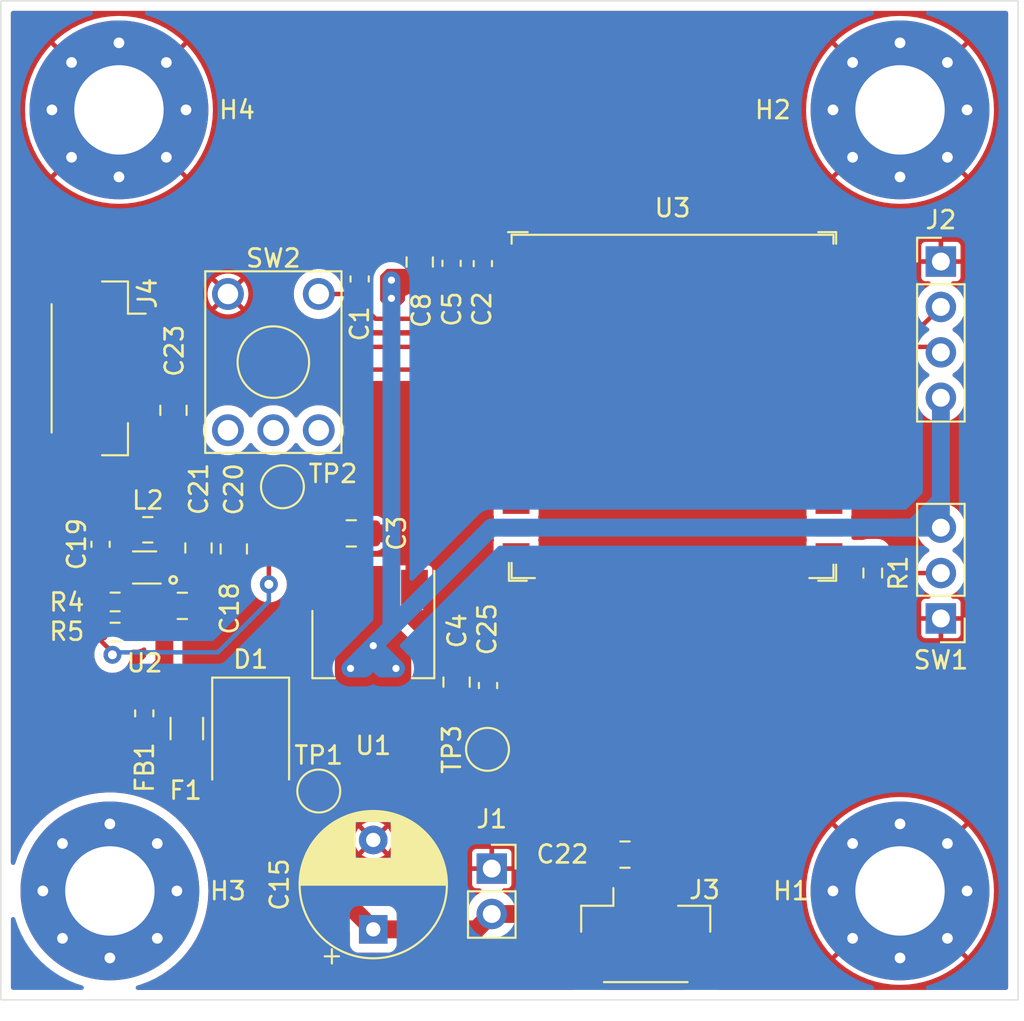
<source format=kicad_pcb>
(kicad_pcb (version 20211014) (generator pcbnew)
  (layers (0 "F.Cu" signal) (31 "B.Cu" signal) (34 "B.Paste" user) (35 "F.Paste" user) (36 "B.SilkS" user "B.Silkscreen") (37 "F.SilkS" user "F.Silkscreen") (38 "B.Mask" user) (39 "F.Mask" user) (44 "Edge.Cuts" user))
  (net 0 "")
  (net 1 "GND")
  (net 2 "+5V")
  (net 3 "+3V3")
  (net 4 "VCC")
  (net 5 "/BUCK_IN")
  (net 6 "/BUCK_SW")
  (net 7 "/BUCK_BST")
  (net 8 "Net-(D1-Pad1)")
  (net 9 "Net-(F1-Pad2)")
  (net 10 "ADC_MIC")
  (net 12 "SCL_SP")
  (net 13 "SDA_SP")
  (net 14 "BOOT0")
  (net 15 "/BOOT_SW")
  (net 16 "/BUCK_FB")
  (net 29 "EN")
  (net 30 "UART_RX")
  (net 31 "UART_TX")
  (footprint "MountingHole:MountingHole_5mm_Pad_Via" (layer "F.Cu") (at 75.184 91.44)
    (fp_text reference "H1" (at -6.096 0) (layer "F.SilkS"))
    (fp_text value "MountingHole")
    (pad "1" thru_hole circle (at 2.65165 2.65165) (size 0.9 0.9) (drill 0.6) (layers *.Cu *.Mask))
    (pad "1" thru_hole circle (at 2.65165 -2.65165) (size 0.9 0.9) (drill 0.6) (layers *.Cu *.Mask))
    (pad "1" thru_hole circle (at 0 3.75) (size 0.9 0.9) (drill 0.6) (layers *.Cu *.Mask))
    (pad "1" thru_hole circle (at -2.65165 2.65165) (size 0.9 0.9) (drill 0.6) (layers *.Cu *.Mask))
    (pad "1" thru_hole circle (at 0 0) (size 10 10) (drill 5) (layers *.Cu *.Mask) (net 1 "GND"))
    (pad "1" thru_hole circle (at 3.75 0) (size 0.9 0.9) (drill 0.6) (layers *.Cu *.Mask))
    (pad "1" thru_hole circle (at 0 -3.75) (size 0.9 0.9) (drill 0.6) (layers *.Cu *.Mask))
    (pad "1" thru_hole circle (at -3.75 0) (size 0.9 0.9) (drill 0.6) (layers *.Cu *.Mask))
    (pad "1" thru_hole circle (at -2.65165 -2.65165) (size 0.9 0.9) (drill 0.6) (layers *.Cu *.Mask))
  )
  (footprint "Capacitor_SMD:C_0603_1608Metric_Pad1.08x0.95mm_HandSolder" (layer "F.Cu") (at 52.14 79.95 90)
    (fp_text reference "C25" (at 3.145 -0.05 90) (layer "F.SilkS"))
    (fp_text value "100n")
    (pad "1" smd roundrect (at -0.8625 0 90) (size 1.075 0.95) (layers "F.Cu" "F.Paste" "F.Mask") (net 3 "+3V3"))
    (pad "2" smd roundrect (at 0.8625 0 90) (size 1.075 0.95) (layers "F.Cu" "F.Paste" "F.Mask") (net 1 "GND"))
  )
  (footprint "Connector_JST:JST_GH_SM03B-GHS-TB_1x03-1MP_P1.25mm_Horizontal" (layer "F.Cu") (at 60.96 93.98)
    (fp_text reference "J3" (at 3.29 -2.6) (layer "F.SilkS"))
    (fp_text value "Conn_01x03")
    (pad "1" smd roundrect (at -1.25 -1.85) (size 0.6 1.7) (layers "F.Cu" "F.Paste" "F.Mask") (net 4 "VCC"))
    (pad "2" smd roundrect (at 0 -1.85) (size 0.6 1.7) (layers "F.Cu" "F.Paste" "F.Mask") (net 1 "GND"))
    (pad "3" smd roundrect (at 1.25 -1.85) (size 0.6 1.7) (layers "F.Cu" "F.Paste" "F.Mask") (net 10 "ADC_MIC"))
    (pad "MP" smd roundrect (at 3.1 1.35) (size 1 2.7) (layers "F.Cu" "F.Paste" "F.Mask"))
    (pad "MP" smd roundrect (at -3.1 1.35) (size 1 2.7) (layers "F.Cu" "F.Paste" "F.Mask"))
  )
  (footprint "Project Specific:ESP32-S3-WROOM-1U" (layer "F.Cu") (at 62.46 64.19)
    (fp_text reference "U3" (at 0 -10.95) (layer "F.SilkS"))
    (fp_text value "ESP32-S3-WROOM-1")
    (pad "1" smd rect (at -8.75 -8.26) (size 1.5 0.9) (layers "F.Cu" "F.Paste" "F.Mask") (net 1 "GND"))
    (pad "2" smd rect (at -8.75 -6.99) (size 1.5 0.9) (layers "F.Cu" "F.Paste" "F.Mask") (net 3 "+3V3"))
    (pad "3" smd rect (at -8.75 -5.72) (size 1.5 0.9) (layers "F.Cu" "F.Paste" "F.Mask") (net 29 "EN"))
    (pad "4" smd rect (at -8.75 -4.45) (size 1.5 0.9) (layers "F.Cu" "F.Paste" "F.Mask"))
    (pad "5" smd rect (at -8.75 -3.18) (size 1.5 0.9) (layers "F.Cu" "F.Paste" "F.Mask") (net 12 "SCL_SP"))
    (pad "6" smd rect (at -8.75 -1.91) (size 1.5 0.9) (layers "F.Cu" "F.Paste" "F.Mask") (net 13 "SDA_SP"))
    (pad "7" smd rect (at -8.75 -0.64) (size 1.5 0.9) (layers "F.Cu" "F.Paste" "F.Mask"))
    (pad "8" smd rect (at -8.75 0.63) (size 1.5 0.9) (layers "F.Cu" "F.Paste" "F.Mask"))
    (pad "9" smd rect (at -8.75 1.9) (size 1.5 0.9) (layers "F.Cu" "F.Paste" "F.Mask"))
    (pad "10" smd rect (at -8.75 3.17) (size 1.5 0.9) (layers "F.Cu" "F.Paste" "F.Mask"))
    (pad "11" smd rect (at -8.75 4.44) (size 1.5 0.9) (layers "F.Cu" "F.Paste" "F.Mask"))
    (pad "12" smd rect (at -8.75 5.71) (size 1.5 0.9) (layers "F.Cu" "F.Paste" "F.Mask"))
    (pad "13" smd rect (at -8.75 6.98) (size 1.5 0.9) (layers "F.Cu" "F.Paste" "F.Mask"))
    (pad "14" smd rect (at -8.75 8.25) (size 1.5 0.9) (layers "F.Cu" "F.Paste" "F.Mask"))
    (pad "15" smd rect (at -6.985 9.5 90) (size 1.5 0.9) (layers "F.Cu" "F.Paste" "F.Mask"))
    (pad "16" smd rect (at -5.715 9.5 90) (size 1.5 0.9) (layers "F.Cu" "F.Paste" "F.Mask"))
    (pad "17" smd rect (at -4.445 9.5 90) (size 1.5 0.9) (layers "F.Cu" "F.Paste" "F.Mask"))
    (pad "18" smd rect (at -3.175 9.5 90) (size 1.5 0.9) (layers "F.Cu" "F.Paste" "F.Mask"))
    (pad "19" smd rect (at -1.905 9.5 90) (size 1.5 0.9) (layers "F.Cu" "F.Paste" "F.Mask") (net 10 "ADC_MIC"))
    (pad "20" smd rect (at -0.635 9.5 90) (size 1.5 0.9) (layers "F.Cu" "F.Paste" "F.Mask"))
    (pad "21" smd rect (at 0.635 9.5 90) (size 1.5 0.9) (layers "F.Cu" "F.Paste" "F.Mask"))
    (pad "22" smd rect (at 1.905 9.5 90) (size 1.5 0.9) (layers "F.Cu" "F.Paste" "F.Mask"))
    (pad "23" smd rect (at 3.175 9.5 90) (size 1.5 0.9) (layers "F.Cu" "F.Paste" "F.Mask"))
    (pad "24" smd rect (at 4.445 9.5 90) (size 1.5 0.9) (layers "F.Cu" "F.Paste" "F.Mask"))
    (pad "25" smd rect (at 5.715 9.5 90) (size 1.5 0.9) (layers "F.Cu" "F.Paste" "F.Mask"))
    (pad "26" smd rect (at 6.985 9.5 90) (size 1.5 0.9) (layers "F.Cu" "F.Paste" "F.Mask"))
    (pad "27" smd rect (at 8.75 8.25 180) (size 1.5 0.9) (layers "F.Cu" "F.Paste" "F.Mask") (net 14 "BOOT0"))
    (pad "28" smd rect (at 8.75 6.98 180) (size 1.5 0.9) (layers "F.Cu" "F.Paste" "F.Mask"))
    (pad "29" smd rect (at 8.75 5.71 180) (size 1.5 0.9) (layers "F.Cu" "F.Paste" "F.Mask"))
    (pad "30" smd rect (at 8.75 4.44 180) (size 1.5 0.9) (layers "F.Cu" "F.Paste" "F.Mask"))
    (pad "31" smd rect (at 8.75 3.17 180) (size 1.5 0.9) (layers "F.Cu" "F.Paste" "F.Mask"))
    (pad "32" smd rect (at 8.75 1.9 180) (size 1.5 0.9) (layers "F.Cu" "F.Paste" "F.Mask"))
    (pad "33" smd rect (at 8.75 0.63 180) (size 1.5 0.9) (layers "F.Cu" "F.Paste" "F.Mask"))
    (pad "34" smd rect (at 8.75 -0.64 180) (size 1.5 0.9) (layers "F.Cu" "F.Paste" "F.Mask"))
    (pad "35" smd rect (at 8.75 -1.91 180) (size 1.5 0.9) (layers "F.Cu" "F.Paste" "F.Mask"))
    (pad "36" smd rect (at 8.75 -3.18 180) (size 1.5 0.9) (layers "F.Cu" "F.Paste" "F.Mask") (net 31 "UART_TX"))
    (pad "37" smd rect (at 8.75 -4.45 180) (size 1.5 0.9) (layers "F.Cu" "F.Paste" "F.Mask") (net 30 "UART_RX"))
    (pad "38" smd rect (at 8.75 -5.72 180) (size 1.5 0.9) (layers "F.Cu" "F.Paste" "F.Mask"))
    (pad "39" smd rect (at 8.75 -6.99 180) (size 1.5 0.9) (layers "F.Cu" "F.Paste" "F.Mask"))
    (pad "40" smd rect (at 8.75 -8.26 180) (size 1.5 0.9) (layers "F.Cu" "F.Paste" "F.Mask") (net 1 "GND"))
    (pad "41" smd rect (at -2.9 0.86 180) (size 0.9 0.9) (layers "F.Cu" "F.Paste" "F.Mask") (net 1 "GND"))
    (pad "41" smd rect (at -1.5 0.86 180) (size 0.9 0.9) (layers "F.Cu" "F.Paste" "F.Mask") (net 1 "GND"))
    (pad "41" smd rect (at -0.1 -0.54 180) (size 0.9 0.9) (layers "F.Cu" "F.Paste" "F.Mask") (net 1 "GND"))
    (pad "41" smd rect (at -0.1 -1.94 180) (size 0.9 0.9) (layers "F.Cu" "F.Paste" "F.Mask") (net 1 "GND"))
    (pad "41" smd rect (at -0.1 0.86 180) (size 0.9 0.9) (layers "F.Cu" "F.Paste" "F.Mask") (net 1 "GND"))
    (pad "41" smd rect (at -2.9 -0.54 180) (size 0.9 0.9) (layers "F.Cu" "F.Paste" "F.Mask") (net 1 "GND"))
    (pad "41" smd rect (at -1.5 -1.94 180) (size 0.9 0.9) (layers "F.Cu" "F.Paste" "F.Mask") (net 1 "GND"))
    (pad "41" smd rect (at -2.9 -1.94 180) (size 0.9 0.9) (layers "F.Cu" "F.Paste" "F.Mask") (net 1 "GND"))
    (pad "41" smd rect (at -1.5 -0.54 180) (size 0.9 0.9) (layers "F.Cu" "F.Paste" "F.Mask") (net 1 "GND"))
  )
  (footprint "Capacitor_SMD:C_0603_1608Metric_Pad1.08x0.95mm_HandSolder" (layer "F.Cu") (at 50.1 56.3375 90)
    (fp_text reference "C5" (at -2.5625 0.02 90) (layer "F.SilkS"))
    (fp_text value "100n")
    (pad "1" smd roundrect (at -0.8625 0 90) (size 1.075 0.95) (layers "F.Cu" "F.Paste" "F.Mask") (net 3 "+3V3"))
    (pad "2" smd roundrect (at 0.8625 0 90) (size 1.075 0.95) (layers "F.Cu" "F.Paste" "F.Mask") (net 1 "GND"))
  )
  (footprint "Inductor_SMD:L_0805_2012Metric_Pad1.15x1.40mm_HandSolder" (layer "F.Cu") (at 33.1088 71.2398)
    (fp_text reference "L2" (at 0 -1.65) (layer "F.SilkS"))
    (fp_text value "3u3")
    (pad "1" smd roundrect (at -1.025 0) (size 1.15 1.4) (layers "F.Cu" "F.Paste" "F.Mask") (roundrect_rratio 0.217391) (net 6 "/BUCK_SW"))
    (pad "2" smd roundrect (at 1.025 0) (size 1.15 1.4) (layers "F.Cu" "F.Paste" "F.Mask") (roundrect_rratio 0.217391) (net 2 "+5V"))
  )
  (footprint "Capacitor_SMD:C_0805_2012Metric_Pad1.18x1.45mm_HandSolder" (layer "F.Cu") (at 37.92 72.3125 -90)
    (fp_text reference "C20" (at -3.333748 0 90) (layer "F.SilkS"))
    (fp_text value "22u")
    (pad "1" smd roundrect (at -1.0375 0 270) (size 1.175 1.45) (layers "F.Cu" "F.Paste" "F.Mask") (roundrect_rratio 0.212766) (net 2 "+5V"))
    (pad "2" smd roundrect (at 1.0375 0 270) (size 1.175 1.45) (layers "F.Cu" "F.Paste" "F.Mask") (roundrect_rratio 0.212766) (net 1 "GND"))
  )
  (footprint "Resistor_SMD:R_0603_1608Metric_Pad0.98x0.95mm_HandSolder" (layer "F.Cu") (at 31.2819 75.2765)
    (fp_text reference "R4" (at -2.7019 0.0185) (layer "F.SilkS"))
    (fp_text value "10K")
    (pad "1" smd roundrect (at -0.9125 0) (size 0.975 0.95) (layers "F.Cu" "F.Paste" "F.Mask") (net 1 "GND"))
    (pad "2" smd roundrect (at 0.9125 0) (size 0.975 0.95) (layers "F.Cu" "F.Paste" "F.Mask") (net 16 "/BUCK_FB"))
  )
  (footprint "Resistor_SMD:R_0603_1608Metric_Pad0.98x0.95mm_HandSolder" (layer "F.Cu") (at 73.66 73.66 -90)
    (fp_text reference "R1" (at 0 -1.43 90) (layer "F.SilkS"))
    (fp_text value "10K")
    (pad "1" smd roundrect (at -0.9125 0 270) (size 0.975 0.95) (layers "F.Cu" "F.Paste" "F.Mask") (net 14 "BOOT0"))
    (pad "2" smd roundrect (at 0.9125 0 270) (size 0.975 0.95) (layers "F.Cu" "F.Paste" "F.Mask") (net 15 "/BOOT_SW"))
  )
  (footprint "Package_TO_SOT_SMD:SOT-223-3_TabPin2" (layer "F.Cu") (at 45.725 77.63 -90)
    (fp_text reference "U1" (at 5.682 0.005) (layer "F.SilkS"))
    (fp_text value "AMS1117-3.3")
    (pad "1" smd rect (at -3.15 -2.3 270) (size 2 1.5) (layers "F.Cu" "F.Paste" "F.Mask") (net 1 "GND"))
    (pad "2" smd rect (at -3.15 0 270) (size 2 1.5) (layers "F.Cu" "F.Paste" "F.Mask") (net 3 "+3V3"))
    (pad "2" smd rect (at 3.15 0 270) (size 2 3.8) (layers "F.Cu" "F.Paste" "F.Mask") (net 3 "+3V3"))
    (pad "3" smd rect (at -3.15 2.3 270) (size 2 1.5) (layers "F.Cu" "F.Paste" "F.Mask") (net 2 "+5V"))
  )
  (footprint "Capacitor_SMD:C_0805_2012Metric_Pad1.18x1.45mm_HandSolder" (layer "F.Cu") (at 59.8 89.408)
    (fp_text reference "C22" (at -3.5 -0.02) (layer "F.SilkS"))
    (fp_text value "10u")
    (pad "1" smd roundrect (at -1.0375 0) (size 1.175 1.45) (layers "F.Cu" "F.Paste" "F.Mask") (roundrect_rratio 0.212766) (net 4 "VCC"))
    (pad "2" smd roundrect (at 1.0375 0) (size 1.175 1.45) (layers "F.Cu" "F.Paste" "F.Mask") (roundrect_rratio 0.212766) (net 1 "GND"))
  )
  (footprint "Capacitor_SMD:C_0603_1608Metric_Pad1.08x0.95mm_HandSolder" (layer "F.Cu") (at 44.958 57.21 90)
    (fp_text reference "C1" (at -2.51 0 90) (layer "F.SilkS"))
    (fp_text value "100n")
    (pad "1" smd roundrect (at -0.8625 0 90) (size 1.075 0.95) (layers "F.Cu" "F.Paste" "F.Mask") (net 29 "EN"))
    (pad "2" smd roundrect (at 0.8625 0 90) (size 1.075 0.95) (layers "F.Cu" "F.Paste" "F.Mask") (net 1 "GND"))
  )
  (footprint "Connector_PinHeader_2.54mm:PinHeader_1x03_P2.54mm_Vertical" (layer "F.Cu") (at 77.47 76.2 180)
    (fp_text reference "SW1" (at 0 -2.33) (layer "F.SilkS"))
    (fp_text value "SW_SPDT")
    (pad "1" thru_hole rect (at 0 0 180) (size 1.7 1.7) (drill 1) (layers *.Cu *.Mask) (net 1 "GND"))
    (pad "2" thru_hole oval (at 0 2.54 180) (size 1.7 1.7) (drill 1) (layers *.Cu *.Mask) (net 15 "/BOOT_SW"))
    (pad "3" thru_hole oval (at 0 5.08 180) (size 1.7 1.7) (drill 1) (layers *.Cu *.Mask) (net 3 "+3V3"))
  )
  (footprint "Capacitor_THT:CP_Radial_D8.0mm_P5.00mm" (layer "F.Cu") (at 45.72 93.588651 90)
    (fp_text reference "C15" (at 2.5 -5.25 90) (layer "F.SilkS"))
    (fp_text value "100u")
    (pad "1" thru_hole rect (at 0 0 90) (size 1.6 1.6) (drill 0.8) (layers *.Cu *.Mask) (net 4 "VCC"))
    (pad "2" thru_hole circle (at 5 0 90) (size 1.6 1.6) (drill 0.8) (layers *.Cu *.Mask) (net 1 "GND"))
  )
  (footprint "Connector_PinHeader_2.54mm:PinHeader_1x04_P2.54mm_Vertical" (layer "F.Cu") (at 77.47 56.2356)
    (fp_text reference "J2" (at 0 -2.33) (layer "F.SilkS"))
    (fp_text value "Conn_01x04")
    (pad "1" thru_hole rect (at 0 0) (size 1.7 1.7) (drill 1) (layers *.Cu *.Mask) (net 1 "GND"))
    (pad "2" thru_hole oval (at 0 2.54) (size 1.7 1.7) (drill 1) (layers *.Cu *.Mask) (net 30 "UART_RX"))
    (pad "3" thru_hole oval (at 0 5.08) (size 1.7 1.7) (drill 1) (layers *.Cu *.Mask) (net 31 "UART_TX"))
    (pad "4" thru_hole oval (at 0 7.62) (size 1.7 1.7) (drill 1) (layers *.Cu *.Mask) (net 3 "+3V3"))
  )
  (footprint "TestPoint:TestPoint_Pad_D2.0mm" (layer "F.Cu") (at 40.64 68.834)
    (fp_text reference "TP2" (at 2.83 -0.73) (layer "F.SilkS"))
    (fp_text value "5V")
    (pad "1" smd circle (at 0 0) (size 2 2) (layers "F.Cu" "F.Mask") (net 2 "+5V"))
  )
  (footprint "MountingHole:MountingHole_5mm_Pad_Via" (layer "F.Cu") (at 30.988 91.44)
    (fp_text reference "H3" (at 6.604 0) (layer "F.SilkS"))
    (fp_text value "MountingHole")
    (pad "1" thru_hole circle (at 3.75 0) (size 0.9 0.9) (drill 0.6) (layers *.Cu *.Mask))
    (pad "1" thru_hole circle (at -2.65165 2.65165) (size 0.9 0.9) (drill 0.6) (layers *.Cu *.Mask))
    (pad "1" thru_hole circle (at 0 -3.75) (size 0.9 0.9) (drill 0.6) (layers *.Cu *.Mask))
    (pad "1" thru_hole circle (at -2.65165 -2.65165) (size 0.9 0.9) (drill 0.6) (layers *.Cu *.Mask))
    (pad "1" thru_hole circle (at 2.65165 -2.65165) (size 0.9 0.9) (drill 0.6) (layers *.Cu *.Mask))
    (pad "1" thru_hole circle (at -3.75 0) (size 0.9 0.9) (drill 0.6) (layers *.Cu *.Mask))
    (pad "1" thru_hole circle (at 2.65165 2.65165) (size 0.9 0.9) (drill 0.6) (layers *.Cu *.Mask))
    (pad "1" thru_hole circle (at 0 0) (size 10 10) (drill 5) (layers *.Cu *.Mask))
    (pad "1" thru_hole circle (at 0 3.75) (size 0.9 0.9) (drill 0.6) (layers *.Cu *.Mask))
  )
  (footprint "Fuse:Fuse_1206_3216Metric_Pad1.42x1.75mm_HandSolder" (layer "F.Cu") (at 35.292 82.358 -90)
    (fp_text reference "F1" (at 3.46 0.07) (layer "F.SilkS"))
    (fp_text value "1A")
    (pad "1" smd roundrect (at -1.4875 0 270) (size 1.425 1.75) (layers "F.Cu" "F.Paste" "F.Mask") (roundrect_rratio 0.175439) (net 8 "Net-(D1-Pad1)"))
    (pad "2" smd roundrect (at 1.4875 0 270) (size 1.425 1.75) (layers "F.Cu" "F.Paste" "F.Mask") (roundrect_rratio 0.175439) (net 9 "Net-(F1-Pad2)"))
  )
  (footprint "TestPoint:TestPoint_Pad_D2.0mm" (layer "F.Cu") (at 42.672 85.852)
    (fp_text reference "TP1" (at 0 -1.998) (layer "F.SilkS"))
    (fp_text value "VCC")
    (pad "1" smd circle (at 0 0) (size 2 2) (layers "F.Cu" "F.Mask") (net 4 "VCC"))
  )
  (footprint "Inductor_SMD:L_0603_1608Metric_Pad1.05x0.95mm_HandSolder" (layer "F.Cu") (at 32.912 81.508 90)
    (fp_text reference "FB1" (at -3.03 0.02 90) (layer "F.SilkS"))
    (fp_text value "100 @ 100MHz")
    (pad "1" smd roundrect (at -0.875 0 90) (size 1.05 0.95) (layers "F.Cu" "F.Paste" "F.Mask") (net 9 "Net-(F1-Pad2)"))
    (pad "2" smd roundrect (at 0.875 0 90) (size 1.05 0.95) (layers "F.Cu" "F.Paste" "F.Mask") (net 5 "/BUCK_IN"))
  )
  (footprint "Diode_SMD:D_SMB" (layer "F.Cu") (at 38.862 83.058 -90)
    (fp_text reference "D1" (at -4.572 0 180) (layer "F.SilkS"))
    (fp_text value "FM240A")
    (pad "1" smd rect (at -2.15 0 270) (size 2.5 2.3) (layers "F.Cu" "F.Paste" "F.Mask") (net 8 "Net-(D1-Pad1)"))
    (pad "2" smd rect (at 2.15 0 270) (size 2.5 2.3) (layers "F.Cu" "F.Paste" "F.Mask") (net 4 "VCC"))
  )
  (footprint "Capacitor_SMD:C_0805_2012Metric_Pad1.18x1.45mm_HandSolder" (layer "F.Cu") (at 35.0425 75.495)
    (fp_text reference "C18" (at 2.6375 0.15 90) (layer "F.SilkS"))
    (fp_text value "10u")
    (pad "1" smd roundrect (at -1.0375 0) (size 1.175 1.45) (layers "F.Cu" "F.Paste" "F.Mask") (roundrect_rratio 0.212766) (net 5 "/BUCK_IN"))
    (pad "2" smd roundrect (at 1.0375 0) (size 1.175 1.45) (layers "F.Cu" "F.Paste" "F.Mask") (roundrect_rratio 0.212766) (net 1 "GND"))
  )
  (footprint "Button_Switch_THT:KSA_Tactile_SPST" (layer "F.Cu") (at 37.592 58.05)
    (fp_text reference "SW2" (at 2.54 -2) (layer "F.SilkS"))
    (fp_text value "SW_SPST")
    (pad "1" thru_hole circle (at 0 0) (size 1.778 1.778) (drill 1.143) (layers *.Cu *.Mask) (net 1 "GND"))
    (pad "2" thru_hole circle (at 5.08 0) (size 1.778 1.778) (drill 1.143) (layers *.Cu *.Mask) (net 29 "EN"))
    (pad "3" thru_hole circle (at 5.08 7.62) (size 1.778 1.778) (drill 1.143) (layers *.Cu *.Mask))
    (pad "4" thru_hole circle (at 2.54 7.62) (size 1.778 1.778) (drill 1.143) (layers *.Cu *.Mask))
    (pad "5" thru_hole circle (at 0 7.62) (size 1.778 1.778) (drill 1.143) (layers *.Cu *.Mask))
  )
  (footprint "MountingHole:MountingHole_5mm_Pad_Via" (layer "F.Cu") (at 31.496 47.752)
    (fp_text reference "H4" (at 6.604 0) (layer "F.SilkS"))
    (fp_text value "MountingHole")
    (pad "1" thru_hole circle (at 2.65165 2.65165) (size 0.9 0.9) (drill 0.6) (layers *.Cu *.Mask))
    (pad "1" thru_hole circle (at 0 3.75) (size 0.9 0.9) (drill 0.6) (layers *.Cu *.Mask))
    (pad "1" thru_hole circle (at -2.65165 -2.65165) (size 0.9 0.9) (drill 0.6) (layers *.Cu *.Mask))
    (pad "1" thru_hole circle (at -3.75 0) (size 0.9 0.9) (drill 0.6) (layers *.Cu *.Mask))
    (pad "1" thru_hole circle (at -2.65165 2.65165) (size 0.9 0.9) (drill 0.6) (layers *.Cu *.Mask))
    (pad "1" thru_hole circle (at 0 -3.75) (size 0.9 0.9) (drill 0.6) (layers *.Cu *.Mask))
    (pad "1" thru_hole circle (at 2.65165 -2.65165) (size 0.9 0.9) (drill 0.6) (layers *.Cu *.Mask))
    (pad "1" thru_hole circle (at 0 0) (size 10 10) (drill 5) (layers *.Cu *.Mask) (net 1 "GND"))
    (pad "1" thru_hole circle (at 3.75 0) (size 0.9 0.9) (drill 0.6) (layers *.Cu *.Mask))
  )
  (footprint "Capacitor_SMD:C_0603_1608Metric_Pad1.08x0.95mm_HandSolder" (layer "F.Cu") (at 30.4672 72.0526 -90)
    (fp_text reference "C19" (at -0.0076 1.3372 -270) (layer "F.SilkS"))
    (fp_text value "100n")
    (pad "1" smd roundrect (at -0.8625 0 270) (size 1.075 0.95) (layers "F.Cu" "F.Paste" "F.Mask") (net 6 "/BUCK_SW"))
    (pad "2" smd roundrect (at 0.8625 0 270) (size 1.075 0.95) (layers "F.Cu" "F.Paste" "F.Mask") (net 7 "/BUCK_BST"))
  )
  (footprint "TestPoint:TestPoint_Pad_D2.0mm" (layer "F.Cu") (at 52.11 83.52 90)
    (fp_text reference "TP3" (at 0 -1.998 90) (layer "F.SilkS"))
    (fp_text value "3.3V")
    (pad "1" smd circle (at 0 0 90) (size 2 2) (layers "F.Cu" "F.Mask") (net 3 "+3V3"))
  )
  (footprint "Capacitor_SMD:C_0805_2012Metric_Pad1.18x1.45mm_HandSolder" (layer "F.Cu") (at 50.38 79.76 90)
    (fp_text reference "C4" (at 2.87 0.03 90) (layer "F.SilkS"))
    (fp_text value "10u")
    (pad "1" smd roundrect (at -1.0375 0 90) (size 1.175 1.45) (layers "F.Cu" "F.Paste" "F.Mask") (roundrect_rratio 0.212766) (net 3 "+3V3"))
    (pad "2" smd roundrect (at 1.0375 0 90) (size 1.175 1.45) (layers "F.Cu" "F.Paste" "F.Mask") (roundrect_rratio 0.212766) (net 1 "GND"))
  )
  (footprint "Capacitor_SMD:C_0805_2012Metric_Pad1.18x1.45mm_HandSolder" (layer "F.Cu") (at 35.9425 72.2558 -90)
    (fp_text reference "C21" (at -3.2958 -0.0175 -270) (layer "F.SilkS"))
    (fp_text value "22u")
    (pad "1" smd roundrect (at -1.0375 0 270) (size 1.175 1.45) (layers "F.Cu" "F.Paste" "F.Mask") (roundrect_rratio 0.212766) (net 2 "+5V"))
    (pad "2" smd roundrect (at 1.0375 0 270) (size 1.175 1.45) (layers "F.Cu" "F.Paste" "F.Mask") (roundrect_rratio 0.212766) (net 1 "GND"))
  )
  (footprint "Package_TO_SOT_SMD:SOT-563" (layer "F.Cu") (at 32.931 73.348 180)
    (fp_text reference "U2" (at 0.001 -5.347) (layer "F.SilkS"))
    (fp_text value "AP62300")
    (pad "1" smd rect (at -0.75 -0.5 180) (size 0.7 0.34) (layers "F.Cu" "F.Paste" "F.Mask") (net 5 "/BUCK_IN"))
    (pad "2" smd rect (at -0.75 0 180) (size 0.7 0.34) (layers "F.Cu" "F.Paste" "F.Mask") (net 6 "/BUCK_SW"))
    (pad "3" smd rect (at -0.75 0.5 180) (size 0.7 0.34) (layers "F.Cu" "F.Paste" "F.Mask") (net 1 "GND"))
    (pad "4" smd rect (at 0.75 0.5 180) (size 0.7 0.34) (layers "F.Cu" "F.Paste" "F.Mask") (net 7 "/BUCK_BST"))
    (pad "5" smd rect (at 0.75 0 180) (size 0.7 0.34) (layers "F.Cu" "F.Paste" "F.Mask"))
    (pad "6" smd rect (at 0.75 -0.5 180) (size 0.7 0.34) (layers "F.Cu" "F.Paste" "F.Mask") (net 16 "/BUCK_FB"))
  )
  (footprint "Capacitor_SMD:C_0805_2012Metric_Pad1.18x1.45mm_HandSolder" (layer "F.Cu") (at 48.32 56.26 90)
    (fp_text reference "C8" (at -2.71 0.09 90) (layer "F.SilkS"))
    (fp_text value "10u")
    (pad "1" smd roundrect (at -1.0375 0 90) (size 1.175 1.45) (layers "F.Cu" "F.Paste" "F.Mask") (roundrect_rratio 0.212766) (net 3 "+3V3"))
    (pad "2" smd roundrect (at 1.0375 0 90) (size 1.175 1.45) (layers "F.Cu" "F.Paste" "F.Mask") (roundrect_rratio 0.212766) (net 1 "GND"))
  )
  (footprint "Capacitor_SMD:C_0805_2012Metric_Pad1.18x1.45mm_HandSolder" (layer "F.Cu") (at 34.544 64.56 90)
    (fp_text reference "C23" (at 3.33 0.05 90) (layer "F.SilkS"))
    (fp_text value "10u")
    (pad "1" smd roundrect (at -1.0375 0 90) (size 1.175 1.45) (layers "F.Cu" "F.Paste" "F.Mask") (roundrect_rratio 0.212766) (net 2 "+5V"))
    (pad "2" smd roundrect (at 1.0375 0 90) (size 1.175 1.45) (layers "F.Cu" "F.Paste" "F.Mask") (roundrect_rratio 0.212766) (net 1 "GND"))
  )
  (footprint "Capacitor_SMD:C_0805_2012Metric_Pad1.18x1.45mm_HandSolder" (layer "F.Cu") (at 44.49 71.44)
    (fp_text reference "C3" (at 2.54 0 90) (layer "F.SilkS"))
    (fp_text value "10u")
    (pad "1" smd roundrect (at -1.0375 0) (size 1.175 1.45) (layers "F.Cu" "F.Paste" "F.Mask") (roundrect_rratio 0.212766) (net 2 "+5V"))
    (pad "2" smd roundrect (at 1.0375 0) (size 1.175 1.45) (layers "F.Cu" "F.Paste" "F.Mask") (roundrect_rratio 0.212766) (net 1 "GND"))
  )
  (footprint "MountingHole:MountingHole_5mm_Pad_Via" (layer "F.Cu") (at 75.184 47.752)
    (fp_text reference "H2" (at -7.112 0) (layer "F.SilkS"))
    (fp_text value "MountingHole")
    (pad "1" thru_hole circle (at -2.65165 -2.65165) (size 0.9 0.9) (drill 0.6) (layers *.Cu *.Mask))
    (pad "1" thru_hole circle (at 0 -3.75) (size 0.9 0.9) (drill 0.6) (layers *.Cu *.Mask))
    (pad "1" thru_hole circle (at 0 3.75) (size 0.9 0.9) (drill 0.6) (layers *.Cu *.Mask))
    (pad "1" thru_hole circle (at 2.65165 2.65165) (size 0.9 0.9) (drill 0.6) (layers *.Cu *.Mask))
    (pad "1" thru_hole circle (at 2.65165 -2.65165) (size 0.9 0.9) (drill 0.6) (layers *.Cu *.Mask))
    (pad "1" thru_hole circle (at 3.75 0) (size 0.9 0.9) (drill 0.6) (layers *.Cu *.Mask))
    (pad "1" thru_hole circle (at -2.65165 2.65165) (size 0.9 0.9) (drill 0.6) (layers *.Cu *.Mask))
    (pad "1" thru_hole circle (at -3.75 0) (size 0.9 0.9) (drill 0.6) (layers *.Cu *.Mask))
    (pad "1" thru_hole circle (at 0 0) (size 10 10) (drill 5) (layers *.Cu *.Mask) (net 1 "GND"))
  )
  (footprint "Connector_PinSocket_2.54mm:PinSocket_1x02_P2.54mm_Vertical" (layer "F.Cu") (at 52.349 90.19)
    (fp_text reference "J1" (at 0 -2.77) (layer "F.SilkS"))
    (fp_text value "Conn_01x02")
    (pad "1" thru_hole rect (at 0 0) (size 1.7 1.7) (drill 1) (layers *.Cu *.Mask) (net 1 "GND"))
    (pad "2" thru_hole oval (at 0 2.54) (size 1.7 1.7) (drill 1) (layers *.Cu *.Mask) (net 4 "VCC"))
  )
  (footprint "Resistor_SMD:R_0603_1608Metric_Pad0.98x0.95mm_HandSolder" (layer "F.Cu") (at 31.28 76.962 180)
    (fp_text reference "R5" (at 2.7 0.0312) (layer "F.SilkS"))
    (fp_text value "52K3")
    (pad "1" smd roundrect (at -0.9125 0 180) (size 0.975 0.95) (layers "F.Cu" "F.Paste" "F.Mask") (net 16 "/BUCK_FB"))
    (pad "2" smd roundrect (at 0.9125 0 180) (size 0.975 0.95) (layers "F.Cu" "F.Paste" "F.Mask") (net 2 "+5V"))
  )
  (footprint "Capacitor_SMD:C_0603_1608Metric_Pad1.08x0.95mm_HandSolder" (layer "F.Cu") (at 51.85 56.35 90)
    (fp_text reference "C2" (at -2.55 -0.05 270) (layer "F.SilkS"))
    (fp_text value "22u")
    (pad "1" smd roundrect (at -0.8625 0 90) (size 1.075 0.95) (layers "F.Cu" "F.Paste" "F.Mask") (net 3 "+3V3"))
    (pad "2" smd roundrect (at 0.8625 0 90) (size 1.075 0.95) (layers "F.Cu" "F.Paste" "F.Mask") (net 1 "GND"))
  )
  (footprint "Connector_JST:JST_GH_SM05B-GHS-TB_1x05-1MP_P1.25mm_Horizontal" (layer "F.Cu") (at 30.29 62.21 -90)
    (fp_text reference "J4" (at -4.2 -2.8 90) (layer "F.SilkS"))
    (fp_text value "Conn_01x05")
    (pad "1" smd roundrect (at -2.5 -1.85 270) (size 0.6 1.7) (layers "F.Cu" "F.Paste" "F.Mask"))
    (pad "2" smd roundrect (at -1.25 -1.85 270) (size 0.6 1.7) (layers "F.Cu" "F.Paste" "F.Mask") (net 12 "SCL_SP"))
    (pad "3" smd roundrect (at 0 -1.85 270) (size 0.6 1.7) (layers "F.Cu" "F.Paste" "F.Mask") (net 13 "SDA_SP"))
    (pad "4" smd roundrect (at 1.25 -1.85 270) (size 0.6 1.7) (layers "F.Cu" "F.Paste" "F.Mask") (net 1 "GND"))
    (pad "5" smd roundrect (at 2.5 -1.85 270) (size 0.6 1.7) (layers "F.Cu" "F.Paste" "F.Mask") (net 2 "+5V"))
    (pad "MP" smd roundrect (at 4.35 1.35 270) (size 1 2.7) (layers "F.Cu" "F.Paste" "F.Mask"))
    (pad "MP" smd roundrect (at -4.35 1.35 270) (size 1 2.7) (layers "F.Cu" "F.Paste" "F.Mask"))
  )
  (gr_circle (center 34.53 74.045) (end 34.53 73.845) (layer "F.SilkS") (width 0.15) (fill none))
  (gr_rect (start 24.892 41.656) (end 81.788 97.536) (layer "Edge.Cuts") (width 0.05) (fill none))
  (segment (start 51.775 78.7225) (end 50.38 78.7225) (width 1) (layer "F.Cu") (net 1))
  (segment (start 48.025 74.48) (end 48.025 72.635) (width 1) (layer "F.Cu") (net 1))
  (segment (start 49.0275 77.37) (end 49.01 77.37) (width 1) (layer "F.Cu") (net 1))
  (segment (start 35.4972 72.848) (end 35.9425 73.2933) (width 0.25) (layer "F.Cu") (net 1))
  (segment (start 52.14 79.0875) (end 51.775 78.7225) (width 1) (layer "F.Cu") (net 1))
  (segment (start 49.01 75.465) (end 48.025 74.48) (width 1) (layer "F.Cu") (net 1))
  (segment (start 33.681 72.848) (end 35.4972 72.848) (width 0.35) (layer "F.Cu") (net 1))
  (segment (start 49.01 77.37) (end 49.01 75.465) (width 1) (layer "F.Cu") (net 1))
  (segment (start 50.38 78.7225) (end 49.0275 77.37) (width 1) (layer "F.Cu") (net 1))
  (segment (start 46.83 71.44) (end 45.5275 71.44) (width 1) (layer "F.Cu") (net 1))
  (segment (start 48.025 72.635) (end 46.83 71.44) (width 1) (layer "F.Cu") (net 1))
  (segment (start 37.92 71.275) (end 43.2875 71.275) (width 1) (layer "F.Cu") (net 2))
  (segment (start 34.1338 66.0077) (end 34.544 65.5975) (width 1) (layer "F.Cu") (net 2))
  (segment (start 40.64 70.104) (end 40.64 68.834) (width 0.25) (layer "F.Cu") (net 2))
  (segment (start 43.2875 71.275) (end 43.4525 71.44) (width 1) (layer "F.Cu") (net 2))
  (segment (start 37.92 71.275) (end 38.835 71.275) (width 0.25) (layer "F.Cu") (net 2))
  (segment (start 30.3675 77.3325) (end 30.3675 76.7262) (width 0.25) (layer "F.Cu") (net 2))
  (segment (start 38.835 71.275) (end 39.72 72.16) (width 0.25) (layer "F.Cu") (net 2))
  (segment (start 39.88 72.32) (end 39.88 74.29) (width 0.25) (layer "F.Cu") (net 2))
  (segment (start 33.7775 65.5975) (end 34.34 65.5975) (width 0.5) (layer "F.Cu") (net 2))
  (segment (start 32.14 64.71) (end 32.89 64.71) (width 0.5) (layer "F.Cu") (net 2))
  (segment (start 32.89 64.71) (end 33.7775 65.5975) (width 0.5) (layer "F.Cu") (net 2))
  (segment (start 34.1338 65.8037) (end 34.34 65.5975) (width 1) (layer "F.Cu") (net 2))
  (segment (start 34.1338 71.2398) (end 34.1338 66.0077) (width 1) (layer "F.Cu") (net 2))
  (segment (start 31.13 78.095) (end 30.3675 77.3325) (width 0.25) (layer "F.Cu") (net 2))
  (segment (start 37.92 71.275) (end 39.469 71.275) (width 0.25) (layer "F.Cu") (net 2))
  (segment (start 39.469 71.275) (end 40.64 70.104) (width 0.25) (layer "F.Cu") (net 2))
  (segment (start 39.72 72.16) (end 39.88 72.32) (width 0.25) (layer "F.Cu") (net 2))
  (via (at 31.13 78.232) (size 1) (drill 0.5) (layers "F.Cu" "B.Cu") (net 2))
  (via (at 39.88 74.29) (size 1) (drill 0.5) (layers "F.Cu" "B.Cu") (net 2))
  (segment (start 39.88 75.245) (end 37.03 78.095) (width 0.25) (layer "B.Cu") (net 2))
  (segment (start 39.88 74.29) (end 39.88 75.245) (width 0.25) (layer "B.Cu") (net 2))
  (segment (start 37.03 78.095) (end 31.13 78.095) (width 0.25) (layer "B.Cu") (net 2))
  (segment (start 48.4175 57.2) (end 53.71 57.2) (width 0.5) (layer "F.Cu") (net 3))
  (segment (start 52.14 80.8125) (end 52.1075 80.78) (width 0.25) (layer "F.Cu") (net 3))
  (segment (start 50.395 80.8125) (end 50.38 80.7975) (width 0.25) (layer "F.Cu") (net 3))
  (segment (start 52.1075 80.78) (end 52.11 80.7825) (width 0.25) (layer "F.Cu") (net 3))
  (segment (start 48.32 57.2975) (end 48.4175 57.2) (width 0.5) (layer "F.Cu") (net 3))
  (segment (start 52.11 80.7825) (end 52.11 83.52) (width 0.25) (layer "F.Cu") (net 3))
  (segment (start 52.1075 80.78) (end 45.725 80.78) (width 1) (layer "F.Cu") (net 3))
  (via (at 45.72 77.724) (size 0.8) (drill 0.4) (layers "F.Cu" "B.Cu") (net 3))
  (via (at 44.45 78.994) (size 0.8) (drill 0.4) (layers "F.Cu" "B.Cu") (net 3))
  (via (at 46.736 58.293) (size 0.8) (drill 0.4) (layers "F.Cu" "B.Cu") (net 3))
  (via (at 46.736 57.277) (size 0.8) (drill 0.4) (layers "F.Cu" "B.Cu") (net 3))
  (via (at 46.99 78.994) (size 0.8) (drill 0.4) (layers "F.Cu" "B.Cu") (net 3))
  (segment (start 77.47 63.8556) (end 77.47 69.596) (width 1) (layer "B.Cu") (net 3))
  (segment (start 45.72 77.724) (end 46.736 76.708) (width 1) (layer "B.Cu") (net 3))
  (segment (start 77.47 69.596) (end 77.47 71.12) (width 1) (layer "B.Cu") (net 3))
  (segment (start 45.212 78.994) (end 45.72 78.486) (width 1) (layer "B.Cu") (net 3))
  (segment (start 46.736 58.293) (end 46.736 57.277) (width 1) (layer "B.Cu") (net 3))
  (segment (start 45.72 77.724) (end 46.99 78.994) (width 1) (layer "B.Cu") (net 3))
  (segment (start 52.324 71.12) (end 74.93 71.12) (width 1) (layer "B.Cu") (net 3))
  (segment (start 46.736 76.708) (end 46.736 58.293) (width 1) (layer "B.Cu") (net 3))
  (segment (start 44.45 78.994) (end 45.212 78.994) (width 1) (layer "B.Cu") (net 3))
  (segment (start 74.93 71.12) (end 77.47 71.12) (width 1) (layer "B.Cu") (net 3))
  (segment (start 46.736 76.708) (end 52.324 71.12) (width 1) (layer "B.Cu") (net 3))
  (segment (start 75.946 71.12) (end 77.47 69.596) (width 1) (layer "B.Cu") (net 3))
  (segment (start 44.45 78.994) (end 45.72 77.724) (width 1) (layer "B.Cu") (net 3))
  (segment (start 74.93 71.12) (end 75.946 71.12) (width 1) (layer "B.Cu") (net 3))
  (segment (start 46.228 78.994) (end 46.99 78.994) (width 1) (layer "B.Cu") (net 3))
  (segment (start 45.72 78.486) (end 46.228 78.994) (width 1) (layer "B.Cu") (net 3))
  (segment (start 55.4405 92.73) (end 58.7625 89.408) (width 1) (layer "F.Cu") (net 4))
  (segment (start 58.7625 91.1825) (end 58.7625 89.408) (width 0.5) (layer "F.Cu") (net 4))
  (segment (start 38.862 85.208) (end 38.862 86.730651) (width 1) (layer "F.Cu") (net 4))
  (segment (start 38.862 85.208) (end 42.028 85.208) (width 0.25) (layer "F.Cu") (net 4))
  (segment (start 38.862 86.730651) (end 45.72 93.588651) (width 1) (layer "F.Cu") (net 4))
  (segment (start 59.71 92.13) (end 58.7625 91.1825) (width 0.5) (layer "F.Cu") (net 4))
  (segment (start 42.028 85.208) (end 42.672 85.852) (width 0.25) (layer "F.Cu") (net 4))
  (segment (start 45.72 93.588651) (end 51.490349 93.588651) (width 1) (layer "F.Cu") (net 4))
  (segment (start 51.490349 93.588651) (end 52.349 92.73) (width 1) (layer "F.Cu") (net 4))
  (segment (start 52.349 92.73) (end 55.4405 92.73) (width 1) (layer "F.Cu") (net 4))
  (segment (start 34.036 75.526) (end 34.005 75.495) (width 1) (layer "F.Cu") (net 5))
  (segment (start 33.681 75.171) (end 33.681 73.848) (width 0.25) (layer "F.Cu") (net 5))
  (segment (start 34.036 78.74) (end 34.036 75.526) (width 1) (layer "F.Cu") (net 5))
  (segment (start 32.912 80.633) (end 32.912 79.864) (width 1) (layer "F.Cu") (net 5))
  (segment (start 34.005 75.495) (end 33.681 75.171) (width 0.25) (layer "F.Cu") (net 5))
  (segment (start 32.912 79.864) (end 34.036 78.74) (width 1) (layer "F.Cu") (net 5))
  (segment (start 33.011 73.348) (end 32.88 73.217) (width 0.25) (layer "F.Cu") (net 6))
  (segment (start 32.88 73.217) (end 32.88 72.036) (width 0.25) (layer "F.Cu") (net 6))
  (segment (start 33.681 73.348) (end 33.011 73.348) (width 0.25) (layer "F.Cu") (net 6))
  (segment (start 32.88 72.036) (end 32.0838 71.2398) (width 0.25) (layer "F.Cu") (net 6))
  (segment (start 32.181 72.848) (end 30.5343 72.848) (width 0.25) (layer "F.Cu") (net 7))
  (segment (start 30.5343 72.848) (end 30.4672 72.9151) (width 0.25) (layer "F.Cu") (net 7))
  (segment (start 35.292 80.8705) (end 38.8245 80.8705) (width 1) (layer "F.Cu") (net 8))
  (segment (start 38.8245 80.8705) (end 38.862 80.908) (width 1) (layer "F.Cu") (net 8))
  (segment (start 35.292 83.8455) (end 34.3745 83.8455) (width 1) (layer "F.Cu") (net 9))
  (segment (start 34.3745 83.8455) (end 32.912 82.383) (width 1) (layer "F.Cu") (net 9))
  (segment (start 62.175 89.099) (end 62.175 92.095) (width 0.25) (layer "F.Cu") (net 10))
  (segment (start 62.175 83.875) (end 60.555 82.255) (width 0.25) (layer "F.Cu") (net 10))
  (segment (start 62.175 89.099) (end 62.175 83.875) (width 0.25) (layer "F.Cu") (net 10))
  (segment (start 60.555 82.255) (end 60.555 73.69) (width 0.25) (layer "F.Cu") (net 10))
  (segment (start 62.175 92.095) (end 62.21 92.13) (width 0.25) (layer "F.Cu") (net 10))
  (segment (start 32.19 61.01) (end 53.71 61.01) (width 0.25) (layer "F.Cu") (net 12))
  (segment (start 32.14 60.96) (end 32.19 61.01) (width 0.25) (layer "F.Cu") (net 12))
  (segment (start 32.21 62.28) (end 53.71 62.28) (width 0.25) (layer "F.Cu") (net 13))
  (segment (start 32.14 62.21) (end 32.21 62.28) (width 0.25) (layer "F.Cu") (net 13))
  (segment (start 73.3525 72.44) (end 73.66 72.7475) (width 0.25) (layer "F.Cu") (net 14))
  (segment (start 71.21 72.44) (end 73.3525 72.44) (width 0.25) (layer "F.Cu") (net 14))
  (segment (start 73.66 74.5725) (end 74.5725 73.66) (width 0.25) (layer "F.Cu") (net 15))
  (segment (start 74.5725 73.66) (end 77.47 73.66) (width 0.25) (layer "F.Cu") (net 15))
  (segment (start 32.181 76.7147) (end 32.181 73.848) (width 0.25) (layer "F.Cu") (net 16))
  (segment (start 32.1925 76.7262) (end 32.181 76.7147) (width 0.25) (layer "F.Cu") (net 16))
  (segment (start 45.847 59.436) (end 47.879 59.436) (width 0.25) (layer "F.Cu") (net 29))
  (segment (start 44.9355 58.05) (end 44.958 58.0725) (width 0.25) (layer "F.Cu") (net 29))
  (segment (start 47.879 59.436) (end 48.845 58.47) (width 0.25) (layer "F.Cu") (net 29))
  (segment (start 44.958 58.0725) (end 44.958 58.547) (width 0.25) (layer "F.Cu") (net 29))
  (segment (start 48.845 58.47) (end 53.71 58.47) (width 0.25) (layer "F.Cu") (net 29))
  (segment (start 44.958 58.547) (end 45.847 59.436) (width 0.25) (layer "F.Cu") (net 29))
  (segment (start 42.672 58.05) (end 44.9355 58.05) (width 0.25) (layer "F.Cu") (net 29))
  (segment (start 76.5056 59.74) (end 77.47 58.7756) (width 0.25) (layer "F.Cu") (net 30))
  (segment (start 71.21 59.74) (end 76.5056 59.74) (width 0.25) (layer "F.Cu") (net 30))
  (segment (start 77.1644 61.01) (end 77.47 61.3156) (width 0.25) (layer "F.Cu") (net 31))
  (segment (start 71.21 61.01) (end 77.1644 61.01) (width 0.25) (layer "F.Cu") (net 31))
  (zone (net 1) (net_name "GND") (layer "F.Cu") (priority 1) (connect_pads (clearance 0.508)) (min_thickness 0.254) (fill yes (thermal_gap 0.25) (thermal_bridge_width 0.258) (smoothing chamfer))
    (polygon (pts (xy 81.788 97.536) (xy 24.892 97.536) (xy 24.892 41.656) (xy 81.788 41.656)))
  )
  (zone (net 6) (net_name "/BUCK_SW") (layer "F.Cu") (priority 2) (connect_pads yes (clearance 0.508)) (min_thickness 0.254) (fill yes (thermal_gap 0.508) (thermal_bridge_width 0.508))
    (polygon (pts (xy 30.18 70.295) (xy 32.512 70.295) (xy 32.766 70.595) (xy 32.766 71.628) (xy 32.766 71.882) (xy 32.58 71.995) (xy 30.18 71.995) (xy 29.88 71.695) (xy 29.88 70.595)))
  )
  (zone (net 2) (net_name "+5V") (layer "F.Cu") (priority 2) (connect_pads yes (clearance 0.5)) (min_thickness 0.5) (fill yes (thermal_gap 0.508) (thermal_bridge_width 0.5))
    (polygon (pts (xy 38.620948 70.415506) (xy 35.490948 70.420506) (xy 35.130948 70.100506) (xy 35.130948 68.610506) (xy 34.740948 67.870506) (xy 33.780948 67.850506) (xy 33.370948 68.540506) (xy 33.380948 71.840506) (xy 33.730948 72.140506) (xy 38.620948 72.165506) (xy 38.870948 71.915506) (xy 38.870948 70.665506)))
  )
  (zone (net 3) (net_name "+3V3") (layer "F.Cu") (priority 2) (connect_pads yes (clearance 0.508)) (min_thickness 0.254) (fill yes (thermal_gap 0.508) (thermal_bridge_width 0.508))
    (polygon (pts (xy 49.276 56.896) (xy 49.276 57.785) (xy 49.022 58.039) (xy 47.752 58.039) (xy 47.498 58.166) (xy 47.498 58.42) (xy 47.117 58.801) (xy 46.482 58.801) (xy 46.101 58.42) (xy 46.101 57.023) (xy 46.482 56.642) (xy 49.022 56.642)))
  )
  (zone (net 2) (net_name "+5V") (layer "F.Cu") (priority 2) (connect_pads yes (clearance 0.508)) (min_thickness 0.254) (fill yes (thermal_gap 0.508) (thermal_bridge_width 0.508))
    (polygon (pts (xy 42.545 70.59394) (xy 44.069 70.590733) (xy 44.196 70.711064) (xy 44.196004 75.491064) (xy 44.06 75.646) (xy 42.545 75.646) (xy 42.429412 75.469708) (xy 42.419412 70.699708)))
  )
  (zone (net 3) (net_name "+3V3") (layer "F.Cu") (priority 2) (connect_pads yes (clearance 0.508)) (min_thickness 0.254) (fill yes (thermal_gap 0.508) (thermal_bridge_width 0.508))
    (polygon (pts (xy 44.76 76.38) (xy 44.75 75.5) (xy 44.76 73.49) (xy 44.97 73.27) (xy 46.46 73.26) (xy 46.66 73.49) (xy 46.66 74.34) (xy 46.69 76.28) (xy 47.84 77.44) (xy 47.85 82.17) (xy 47.63 82.42) (xy 47.41 82.43) (xy 43.91 82.43) (xy 43.58 82.16) (xy 43.57 77.54)))
  )
  (zone (net 1) (net_name "GND") (layer "F.Cu") (priority 1) (connect_pads yes (clearance 0.508)) (min_thickness 0.254) (fill yes (thermal_gap 0.508) (thermal_bridge_width 0.508))
    (polygon (pts (xy 38.62 72.64) (xy 38.86 72.89) (xy 38.87 73.95) (xy 38.63 74.19) (xy 37.22 74.19) (xy 36.88 74.77) (xy 36.88 76.095) (xy 36.58 76.395) (xy 35.58 76.395) (xy 35.18 75.995) (xy 35.184098 73.895) (xy 34.53 73.040082) (xy 33.33 73.045) (xy 33.33 72.645)))
  )
  (zone (net 5) (net_name "/BUCK_IN") (layer "F.Cu") (connect_pads yes (clearance 0.208)) (min_thickness 0.254) (fill yes (thermal_gap 0.508) (thermal_bridge_width 0.508))
    (polygon (pts (xy 34.08 73.695) (xy 34.08 74.445) (xy 34.48 74.445) (xy 34.773433 74.702995) (xy 34.78 76.195) (xy 34.53 76.445) (xy 33.58 76.445) (xy 33.28 76.195) (xy 33.28 73.695)))
  )
  (zone (net 0) (net_name "") (layer "B.Cu") (connect_pads yes (clearance 0.508)) (min_thickness 0.254) (fill yes (thermal_gap 0.508) (thermal_bridge_width 0.508))
    (polygon (pts (xy 81.788 97.536) (xy 24.892 97.536) (xy 24.892 41.656) (xy 81.788 41.656)))
  )
)
</source>
